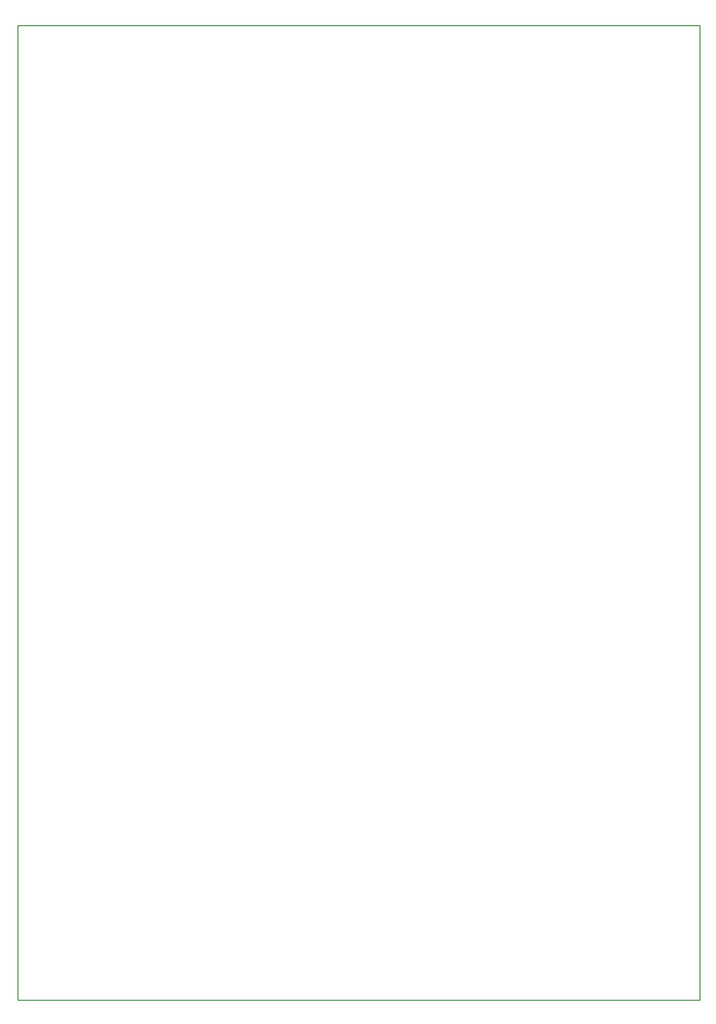
<source format=gbr>
G04 #@! TF.GenerationSoftware,KiCad,Pcbnew,(5.99.0-2378-g637571e0b-dirty)*
G04 #@! TF.CreationDate,2020-07-24T22:12:37+02:00*
G04 #@! TF.ProjectId,stm32f4_fpga,73746d33-3266-4345-9f66-7067612e6b69,rev?*
G04 #@! TF.SameCoordinates,Original*
G04 #@! TF.FileFunction,Profile,NP*
%FSLAX46Y46*%
G04 Gerber Fmt 4.6, Leading zero omitted, Abs format (unit mm)*
G04 Created by KiCad (PCBNEW (5.99.0-2378-g637571e0b-dirty)) date 2020-07-24 22:12:37*
%MOMM*%
%LPD*%
G01*
G04 APERTURE LIST*
G04 #@! TA.AperFunction,Profile*
%ADD10C,0.050000*%
G04 #@! TD*
G04 APERTURE END LIST*
D10*
X118000000Y-92000000D02*
X177500000Y-92000000D01*
X118000000Y-7000000D02*
X118000000Y-92000000D01*
X177500000Y-7000000D02*
X118000000Y-7000000D01*
X177500000Y-92000000D02*
X177500000Y-7000000D01*
M02*

</source>
